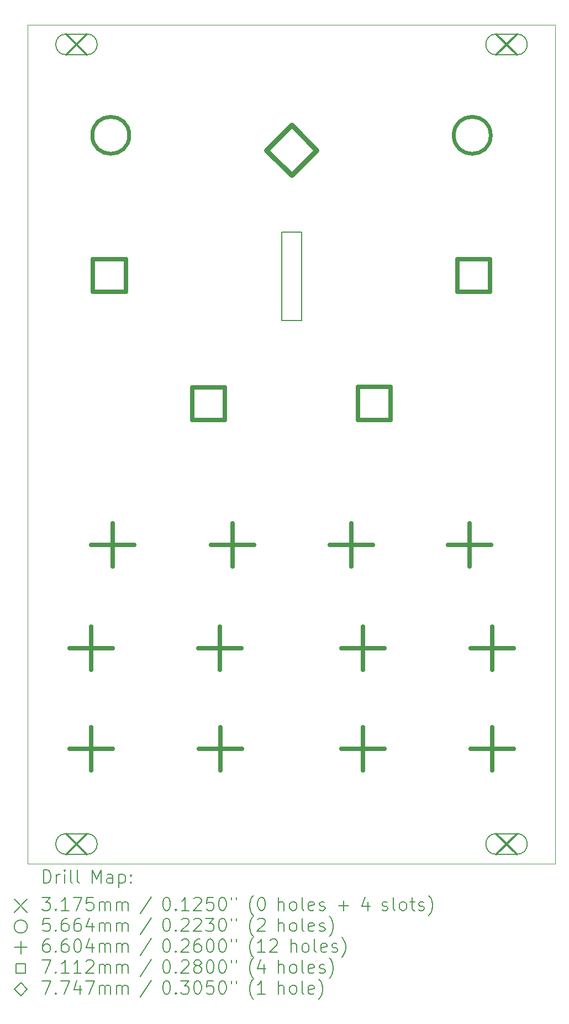
<source format=gbr>
%TF.GenerationSoftware,KiCad,Pcbnew,(7.0.0-0)*%
%TF.CreationDate,2023-03-06T16:41:00-08:00*%
%TF.ProjectId,Kit-Trig-Sampler-FACEPLATE,4b69742d-5472-4696-972d-53616d706c65,rev?*%
%TF.SameCoordinates,PXa25a80PY7d1f400*%
%TF.FileFunction,Drillmap*%
%TF.FilePolarity,Positive*%
%FSLAX45Y45*%
G04 Gerber Fmt 4.5, Leading zero omitted, Abs format (unit mm)*
G04 Created by KiCad (PCBNEW (7.0.0-0)) date 2023-03-06 16:41:00*
%MOMM*%
%LPD*%
G01*
G04 APERTURE LIST*
%ADD10C,0.100000*%
%ADD11C,0.150000*%
%ADD12C,0.200000*%
%ADD13C,0.317500*%
%ADD14C,0.566420*%
%ADD15C,0.660400*%
%ADD16C,0.711200*%
%ADD17C,0.774700*%
G04 APERTURE END LIST*
D10*
X-9000Y12841620D02*
X-9000Y-8380D01*
X8081000Y12841620D02*
X8081000Y-8380D01*
D11*
X3882850Y8310100D02*
X4194000Y8310100D01*
X4194000Y8310100D02*
X4194000Y9669000D01*
X4194000Y9669000D02*
X3882850Y9669000D01*
D10*
X-9000Y12841620D02*
X8081000Y12841620D01*
D11*
X3882850Y9669000D02*
X3882850Y8310100D01*
D10*
X-9000Y-8380D02*
X8081000Y-8380D01*
D12*
D13*
X581550Y12700650D02*
X899050Y12383150D01*
X899050Y12700650D02*
X581550Y12383150D01*
D12*
X581550Y12383150D02*
X899050Y12383150D01*
X899050Y12383150D02*
G75*
G03*
X899050Y12700650I0J158750D01*
G01*
X899050Y12700650D02*
X581550Y12700650D01*
X581550Y12700650D02*
G75*
G03*
X581550Y12383150I0J-158750D01*
G01*
D13*
X581550Y450090D02*
X899050Y132590D01*
X899050Y450090D02*
X581550Y132590D01*
D12*
X581550Y132590D02*
X899050Y132590D01*
X899050Y132590D02*
G75*
G03*
X899050Y450090I0J158750D01*
G01*
X899050Y450090D02*
X581550Y450090D01*
X581550Y450090D02*
G75*
G03*
X581550Y132590I0J-158750D01*
G01*
D13*
X7172950Y12700650D02*
X7490450Y12383150D01*
X7490450Y12700650D02*
X7172950Y12383150D01*
D12*
X7172950Y12383150D02*
X7490450Y12383150D01*
X7490450Y12383150D02*
G75*
G03*
X7490450Y12700650I0J158750D01*
G01*
X7490450Y12700650D02*
X7172950Y12700650D01*
X7172950Y12700650D02*
G75*
G03*
X7172950Y12383150I0J-158750D01*
G01*
D13*
X7172950Y450090D02*
X7490450Y132590D01*
X7490450Y450090D02*
X7172950Y132590D01*
D12*
X7172950Y132590D02*
X7490450Y132590D01*
X7490450Y132590D02*
G75*
G03*
X7490450Y450090I0J158750D01*
G01*
X7490450Y450090D02*
X7172950Y450090D01*
X7172950Y450090D02*
G75*
G03*
X7172950Y132590I0J-158750D01*
G01*
D14*
X1549210Y11149276D02*
G75*
G03*
X1549210Y11149276I-283210J0D01*
G01*
X7089210Y11149276D02*
G75*
G03*
X7089210Y11149276I-283210J0D01*
G01*
D15*
X963500Y3624476D02*
X963500Y2964076D01*
X633300Y3294276D02*
X1293700Y3294276D01*
X963500Y2081976D02*
X963500Y1421576D01*
X633300Y1751776D02*
X1293700Y1751776D01*
X1296000Y5204476D02*
X1296000Y4544076D01*
X965800Y4874276D02*
X1626200Y4874276D01*
X2940300Y3624476D02*
X2940300Y2964076D01*
X2610100Y3294276D02*
X3270500Y3294276D01*
X2943000Y2081976D02*
X2943000Y1421576D01*
X2612800Y1751776D02*
X3273200Y1751776D01*
X3128500Y5204476D02*
X3128500Y4544076D01*
X2798300Y4874276D02*
X3458700Y4874276D01*
X4951000Y5204476D02*
X4951000Y4544076D01*
X4620800Y4874276D02*
X5281200Y4874276D01*
X5129000Y2081976D02*
X5129000Y1421576D01*
X4798800Y1751776D02*
X5459200Y1751776D01*
X5131700Y3624476D02*
X5131700Y2964076D01*
X4801500Y3294276D02*
X5461900Y3294276D01*
X6768500Y5204476D02*
X6768500Y4544076D01*
X6438300Y4874276D02*
X7098700Y4874276D01*
X7108500Y3624476D02*
X7108500Y2964076D01*
X6778300Y3294276D02*
X7438700Y3294276D01*
X7108500Y2081976D02*
X7108500Y1421576D01*
X6778300Y1751776D02*
X7438700Y1751776D01*
D16*
X1497450Y8750327D02*
X1497450Y9253226D01*
X994550Y9253226D01*
X994550Y8750327D01*
X1497450Y8750327D01*
X3017450Y6787118D02*
X3017450Y7290018D01*
X2514550Y7290018D01*
X2514550Y6787118D01*
X3017450Y6787118D01*
X5557450Y6791550D02*
X5557450Y7294450D01*
X5054550Y7294450D01*
X5054550Y6791550D01*
X5557450Y6791550D01*
X7077450Y8750327D02*
X7077450Y9253226D01*
X6574550Y9253226D01*
X6574550Y8750327D01*
X7077450Y8750327D01*
D17*
X4036000Y10534426D02*
X4423350Y10921776D01*
X4036000Y11309126D01*
X3648650Y10921776D01*
X4036000Y10534426D01*
D12*
X233619Y-306856D02*
X233619Y-106856D01*
X233619Y-106856D02*
X281238Y-106856D01*
X281238Y-106856D02*
X309810Y-116380D01*
X309810Y-116380D02*
X328857Y-135428D01*
X328857Y-135428D02*
X338381Y-154475D01*
X338381Y-154475D02*
X347905Y-192570D01*
X347905Y-192570D02*
X347905Y-221142D01*
X347905Y-221142D02*
X338381Y-259237D01*
X338381Y-259237D02*
X328857Y-278285D01*
X328857Y-278285D02*
X309810Y-297332D01*
X309810Y-297332D02*
X281238Y-306856D01*
X281238Y-306856D02*
X233619Y-306856D01*
X433619Y-306856D02*
X433619Y-173523D01*
X433619Y-211618D02*
X443143Y-192570D01*
X443143Y-192570D02*
X452667Y-183047D01*
X452667Y-183047D02*
X471714Y-173523D01*
X471714Y-173523D02*
X490762Y-173523D01*
X557429Y-306856D02*
X557429Y-173523D01*
X557429Y-106856D02*
X547905Y-116380D01*
X547905Y-116380D02*
X557429Y-125904D01*
X557429Y-125904D02*
X566952Y-116380D01*
X566952Y-116380D02*
X557429Y-106856D01*
X557429Y-106856D02*
X557429Y-125904D01*
X681238Y-306856D02*
X662190Y-297332D01*
X662190Y-297332D02*
X652667Y-278285D01*
X652667Y-278285D02*
X652667Y-106856D01*
X786000Y-306856D02*
X766952Y-297332D01*
X766952Y-297332D02*
X757428Y-278285D01*
X757428Y-278285D02*
X757428Y-106856D01*
X982190Y-306856D02*
X982190Y-106856D01*
X982190Y-106856D02*
X1048857Y-249713D01*
X1048857Y-249713D02*
X1115524Y-106856D01*
X1115524Y-106856D02*
X1115524Y-306856D01*
X1296476Y-306856D02*
X1296476Y-202094D01*
X1296476Y-202094D02*
X1286952Y-183047D01*
X1286952Y-183047D02*
X1267905Y-173523D01*
X1267905Y-173523D02*
X1229809Y-173523D01*
X1229809Y-173523D02*
X1210762Y-183047D01*
X1296476Y-297332D02*
X1277429Y-306856D01*
X1277429Y-306856D02*
X1229809Y-306856D01*
X1229809Y-306856D02*
X1210762Y-297332D01*
X1210762Y-297332D02*
X1201238Y-278285D01*
X1201238Y-278285D02*
X1201238Y-259237D01*
X1201238Y-259237D02*
X1210762Y-240189D01*
X1210762Y-240189D02*
X1229809Y-230666D01*
X1229809Y-230666D02*
X1277429Y-230666D01*
X1277429Y-230666D02*
X1296476Y-221142D01*
X1391714Y-173523D02*
X1391714Y-373523D01*
X1391714Y-183047D02*
X1410762Y-173523D01*
X1410762Y-173523D02*
X1448857Y-173523D01*
X1448857Y-173523D02*
X1467905Y-183047D01*
X1467905Y-183047D02*
X1477428Y-192570D01*
X1477428Y-192570D02*
X1486952Y-211618D01*
X1486952Y-211618D02*
X1486952Y-268761D01*
X1486952Y-268761D02*
X1477428Y-287809D01*
X1477428Y-287809D02*
X1467905Y-297332D01*
X1467905Y-297332D02*
X1448857Y-306856D01*
X1448857Y-306856D02*
X1410762Y-306856D01*
X1410762Y-306856D02*
X1391714Y-297332D01*
X1572667Y-287809D02*
X1582190Y-297332D01*
X1582190Y-297332D02*
X1572667Y-306856D01*
X1572667Y-306856D02*
X1563143Y-297332D01*
X1563143Y-297332D02*
X1572667Y-287809D01*
X1572667Y-287809D02*
X1572667Y-306856D01*
X1572667Y-183047D02*
X1582190Y-192570D01*
X1582190Y-192570D02*
X1572667Y-202094D01*
X1572667Y-202094D02*
X1563143Y-192570D01*
X1563143Y-192570D02*
X1572667Y-183047D01*
X1572667Y-183047D02*
X1572667Y-202094D01*
X-214000Y-553380D02*
X-14000Y-753380D01*
X-14000Y-553380D02*
X-214000Y-753380D01*
X214571Y-526856D02*
X338381Y-526856D01*
X338381Y-526856D02*
X271714Y-603047D01*
X271714Y-603047D02*
X300286Y-603047D01*
X300286Y-603047D02*
X319333Y-612570D01*
X319333Y-612570D02*
X328857Y-622094D01*
X328857Y-622094D02*
X338381Y-641142D01*
X338381Y-641142D02*
X338381Y-688761D01*
X338381Y-688761D02*
X328857Y-707808D01*
X328857Y-707808D02*
X319333Y-717332D01*
X319333Y-717332D02*
X300286Y-726856D01*
X300286Y-726856D02*
X243143Y-726856D01*
X243143Y-726856D02*
X224095Y-717332D01*
X224095Y-717332D02*
X214571Y-707808D01*
X424095Y-707808D02*
X433619Y-717332D01*
X433619Y-717332D02*
X424095Y-726856D01*
X424095Y-726856D02*
X414571Y-717332D01*
X414571Y-717332D02*
X424095Y-707808D01*
X424095Y-707808D02*
X424095Y-726856D01*
X624095Y-726856D02*
X509809Y-726856D01*
X566952Y-726856D02*
X566952Y-526856D01*
X566952Y-526856D02*
X547905Y-555428D01*
X547905Y-555428D02*
X528857Y-574475D01*
X528857Y-574475D02*
X509809Y-583999D01*
X690762Y-526856D02*
X824095Y-526856D01*
X824095Y-526856D02*
X738381Y-726856D01*
X995524Y-526856D02*
X900286Y-526856D01*
X900286Y-526856D02*
X890762Y-622094D01*
X890762Y-622094D02*
X900286Y-612570D01*
X900286Y-612570D02*
X919333Y-603047D01*
X919333Y-603047D02*
X966952Y-603047D01*
X966952Y-603047D02*
X986000Y-612570D01*
X986000Y-612570D02*
X995524Y-622094D01*
X995524Y-622094D02*
X1005048Y-641142D01*
X1005048Y-641142D02*
X1005048Y-688761D01*
X1005048Y-688761D02*
X995524Y-707808D01*
X995524Y-707808D02*
X986000Y-717332D01*
X986000Y-717332D02*
X966952Y-726856D01*
X966952Y-726856D02*
X919333Y-726856D01*
X919333Y-726856D02*
X900286Y-717332D01*
X900286Y-717332D02*
X890762Y-707808D01*
X1090762Y-726856D02*
X1090762Y-593523D01*
X1090762Y-612570D02*
X1100286Y-603047D01*
X1100286Y-603047D02*
X1119333Y-593523D01*
X1119333Y-593523D02*
X1147905Y-593523D01*
X1147905Y-593523D02*
X1166952Y-603047D01*
X1166952Y-603047D02*
X1176476Y-622094D01*
X1176476Y-622094D02*
X1176476Y-726856D01*
X1176476Y-622094D02*
X1186000Y-603047D01*
X1186000Y-603047D02*
X1205048Y-593523D01*
X1205048Y-593523D02*
X1233619Y-593523D01*
X1233619Y-593523D02*
X1252667Y-603047D01*
X1252667Y-603047D02*
X1262191Y-622094D01*
X1262191Y-622094D02*
X1262191Y-726856D01*
X1357429Y-726856D02*
X1357429Y-593523D01*
X1357429Y-612570D02*
X1366952Y-603047D01*
X1366952Y-603047D02*
X1386000Y-593523D01*
X1386000Y-593523D02*
X1414571Y-593523D01*
X1414571Y-593523D02*
X1433619Y-603047D01*
X1433619Y-603047D02*
X1443143Y-622094D01*
X1443143Y-622094D02*
X1443143Y-726856D01*
X1443143Y-622094D02*
X1452667Y-603047D01*
X1452667Y-603047D02*
X1471714Y-593523D01*
X1471714Y-593523D02*
X1500286Y-593523D01*
X1500286Y-593523D02*
X1519333Y-603047D01*
X1519333Y-603047D02*
X1528857Y-622094D01*
X1528857Y-622094D02*
X1528857Y-726856D01*
X1886952Y-517332D02*
X1715524Y-774475D01*
X2111714Y-526856D02*
X2130762Y-526856D01*
X2130762Y-526856D02*
X2149810Y-536380D01*
X2149810Y-536380D02*
X2159333Y-545904D01*
X2159333Y-545904D02*
X2168857Y-564951D01*
X2168857Y-564951D02*
X2178381Y-603047D01*
X2178381Y-603047D02*
X2178381Y-650666D01*
X2178381Y-650666D02*
X2168857Y-688761D01*
X2168857Y-688761D02*
X2159333Y-707808D01*
X2159333Y-707808D02*
X2149810Y-717332D01*
X2149810Y-717332D02*
X2130762Y-726856D01*
X2130762Y-726856D02*
X2111714Y-726856D01*
X2111714Y-726856D02*
X2092667Y-717332D01*
X2092667Y-717332D02*
X2083143Y-707808D01*
X2083143Y-707808D02*
X2073619Y-688761D01*
X2073619Y-688761D02*
X2064095Y-650666D01*
X2064095Y-650666D02*
X2064095Y-603047D01*
X2064095Y-603047D02*
X2073619Y-564951D01*
X2073619Y-564951D02*
X2083143Y-545904D01*
X2083143Y-545904D02*
X2092667Y-536380D01*
X2092667Y-536380D02*
X2111714Y-526856D01*
X2264095Y-707808D02*
X2273619Y-717332D01*
X2273619Y-717332D02*
X2264095Y-726856D01*
X2264095Y-726856D02*
X2254572Y-717332D01*
X2254572Y-717332D02*
X2264095Y-707808D01*
X2264095Y-707808D02*
X2264095Y-726856D01*
X2464095Y-726856D02*
X2349810Y-726856D01*
X2406952Y-726856D02*
X2406952Y-526856D01*
X2406952Y-526856D02*
X2387905Y-555428D01*
X2387905Y-555428D02*
X2368857Y-574475D01*
X2368857Y-574475D02*
X2349810Y-583999D01*
X2540286Y-545904D02*
X2549810Y-536380D01*
X2549810Y-536380D02*
X2568857Y-526856D01*
X2568857Y-526856D02*
X2616476Y-526856D01*
X2616476Y-526856D02*
X2635524Y-536380D01*
X2635524Y-536380D02*
X2645048Y-545904D01*
X2645048Y-545904D02*
X2654572Y-564951D01*
X2654572Y-564951D02*
X2654572Y-583999D01*
X2654572Y-583999D02*
X2645048Y-612570D01*
X2645048Y-612570D02*
X2530762Y-726856D01*
X2530762Y-726856D02*
X2654572Y-726856D01*
X2835524Y-526856D02*
X2740286Y-526856D01*
X2740286Y-526856D02*
X2730762Y-622094D01*
X2730762Y-622094D02*
X2740286Y-612570D01*
X2740286Y-612570D02*
X2759333Y-603047D01*
X2759333Y-603047D02*
X2806952Y-603047D01*
X2806952Y-603047D02*
X2826000Y-612570D01*
X2826000Y-612570D02*
X2835524Y-622094D01*
X2835524Y-622094D02*
X2845048Y-641142D01*
X2845048Y-641142D02*
X2845048Y-688761D01*
X2845048Y-688761D02*
X2835524Y-707808D01*
X2835524Y-707808D02*
X2826000Y-717332D01*
X2826000Y-717332D02*
X2806952Y-726856D01*
X2806952Y-726856D02*
X2759333Y-726856D01*
X2759333Y-726856D02*
X2740286Y-717332D01*
X2740286Y-717332D02*
X2730762Y-707808D01*
X2968857Y-526856D02*
X2987905Y-526856D01*
X2987905Y-526856D02*
X3006952Y-536380D01*
X3006952Y-536380D02*
X3016476Y-545904D01*
X3016476Y-545904D02*
X3026000Y-564951D01*
X3026000Y-564951D02*
X3035524Y-603047D01*
X3035524Y-603047D02*
X3035524Y-650666D01*
X3035524Y-650666D02*
X3026000Y-688761D01*
X3026000Y-688761D02*
X3016476Y-707808D01*
X3016476Y-707808D02*
X3006952Y-717332D01*
X3006952Y-717332D02*
X2987905Y-726856D01*
X2987905Y-726856D02*
X2968857Y-726856D01*
X2968857Y-726856D02*
X2949810Y-717332D01*
X2949810Y-717332D02*
X2940286Y-707808D01*
X2940286Y-707808D02*
X2930762Y-688761D01*
X2930762Y-688761D02*
X2921238Y-650666D01*
X2921238Y-650666D02*
X2921238Y-603047D01*
X2921238Y-603047D02*
X2930762Y-564951D01*
X2930762Y-564951D02*
X2940286Y-545904D01*
X2940286Y-545904D02*
X2949810Y-536380D01*
X2949810Y-536380D02*
X2968857Y-526856D01*
X3111714Y-526856D02*
X3111714Y-564951D01*
X3187905Y-526856D02*
X3187905Y-564951D01*
X3450762Y-803047D02*
X3441238Y-793523D01*
X3441238Y-793523D02*
X3422191Y-764951D01*
X3422191Y-764951D02*
X3412667Y-745904D01*
X3412667Y-745904D02*
X3403143Y-717332D01*
X3403143Y-717332D02*
X3393619Y-669713D01*
X3393619Y-669713D02*
X3393619Y-631618D01*
X3393619Y-631618D02*
X3403143Y-583999D01*
X3403143Y-583999D02*
X3412667Y-555428D01*
X3412667Y-555428D02*
X3422191Y-536380D01*
X3422191Y-536380D02*
X3441238Y-507808D01*
X3441238Y-507808D02*
X3450762Y-498285D01*
X3565048Y-526856D02*
X3584095Y-526856D01*
X3584095Y-526856D02*
X3603143Y-536380D01*
X3603143Y-536380D02*
X3612667Y-545904D01*
X3612667Y-545904D02*
X3622191Y-564951D01*
X3622191Y-564951D02*
X3631714Y-603047D01*
X3631714Y-603047D02*
X3631714Y-650666D01*
X3631714Y-650666D02*
X3622191Y-688761D01*
X3622191Y-688761D02*
X3612667Y-707808D01*
X3612667Y-707808D02*
X3603143Y-717332D01*
X3603143Y-717332D02*
X3584095Y-726856D01*
X3584095Y-726856D02*
X3565048Y-726856D01*
X3565048Y-726856D02*
X3546000Y-717332D01*
X3546000Y-717332D02*
X3536476Y-707808D01*
X3536476Y-707808D02*
X3526952Y-688761D01*
X3526952Y-688761D02*
X3517429Y-650666D01*
X3517429Y-650666D02*
X3517429Y-603047D01*
X3517429Y-603047D02*
X3526952Y-564951D01*
X3526952Y-564951D02*
X3536476Y-545904D01*
X3536476Y-545904D02*
X3546000Y-536380D01*
X3546000Y-536380D02*
X3565048Y-526856D01*
X3837429Y-726856D02*
X3837429Y-526856D01*
X3923143Y-726856D02*
X3923143Y-622094D01*
X3923143Y-622094D02*
X3913619Y-603047D01*
X3913619Y-603047D02*
X3894572Y-593523D01*
X3894572Y-593523D02*
X3866000Y-593523D01*
X3866000Y-593523D02*
X3846952Y-603047D01*
X3846952Y-603047D02*
X3837429Y-612570D01*
X4046952Y-726856D02*
X4027905Y-717332D01*
X4027905Y-717332D02*
X4018381Y-707808D01*
X4018381Y-707808D02*
X4008857Y-688761D01*
X4008857Y-688761D02*
X4008857Y-631618D01*
X4008857Y-631618D02*
X4018381Y-612570D01*
X4018381Y-612570D02*
X4027905Y-603047D01*
X4027905Y-603047D02*
X4046952Y-593523D01*
X4046952Y-593523D02*
X4075524Y-593523D01*
X4075524Y-593523D02*
X4094572Y-603047D01*
X4094572Y-603047D02*
X4104095Y-612570D01*
X4104095Y-612570D02*
X4113619Y-631618D01*
X4113619Y-631618D02*
X4113619Y-688761D01*
X4113619Y-688761D02*
X4104095Y-707808D01*
X4104095Y-707808D02*
X4094572Y-717332D01*
X4094572Y-717332D02*
X4075524Y-726856D01*
X4075524Y-726856D02*
X4046952Y-726856D01*
X4227905Y-726856D02*
X4208857Y-717332D01*
X4208857Y-717332D02*
X4199334Y-698285D01*
X4199334Y-698285D02*
X4199334Y-526856D01*
X4380286Y-717332D02*
X4361238Y-726856D01*
X4361238Y-726856D02*
X4323143Y-726856D01*
X4323143Y-726856D02*
X4304095Y-717332D01*
X4304095Y-717332D02*
X4294572Y-698285D01*
X4294572Y-698285D02*
X4294572Y-622094D01*
X4294572Y-622094D02*
X4304095Y-603047D01*
X4304095Y-603047D02*
X4323143Y-593523D01*
X4323143Y-593523D02*
X4361238Y-593523D01*
X4361238Y-593523D02*
X4380286Y-603047D01*
X4380286Y-603047D02*
X4389810Y-622094D01*
X4389810Y-622094D02*
X4389810Y-641142D01*
X4389810Y-641142D02*
X4294572Y-660190D01*
X4466000Y-717332D02*
X4485048Y-726856D01*
X4485048Y-726856D02*
X4523143Y-726856D01*
X4523143Y-726856D02*
X4542191Y-717332D01*
X4542191Y-717332D02*
X4551715Y-698285D01*
X4551715Y-698285D02*
X4551715Y-688761D01*
X4551715Y-688761D02*
X4542191Y-669713D01*
X4542191Y-669713D02*
X4523143Y-660190D01*
X4523143Y-660190D02*
X4494572Y-660190D01*
X4494572Y-660190D02*
X4475524Y-650666D01*
X4475524Y-650666D02*
X4466000Y-631618D01*
X4466000Y-631618D02*
X4466000Y-622094D01*
X4466000Y-622094D02*
X4475524Y-603047D01*
X4475524Y-603047D02*
X4494572Y-593523D01*
X4494572Y-593523D02*
X4523143Y-593523D01*
X4523143Y-593523D02*
X4542191Y-603047D01*
X4757429Y-650666D02*
X4909810Y-650666D01*
X4833619Y-726856D02*
X4833619Y-574475D01*
X5210762Y-593523D02*
X5210762Y-726856D01*
X5163143Y-517332D02*
X5115524Y-660190D01*
X5115524Y-660190D02*
X5239334Y-660190D01*
X5426000Y-717332D02*
X5445048Y-726856D01*
X5445048Y-726856D02*
X5483143Y-726856D01*
X5483143Y-726856D02*
X5502191Y-717332D01*
X5502191Y-717332D02*
X5511715Y-698285D01*
X5511715Y-698285D02*
X5511715Y-688761D01*
X5511715Y-688761D02*
X5502191Y-669713D01*
X5502191Y-669713D02*
X5483143Y-660190D01*
X5483143Y-660190D02*
X5454572Y-660190D01*
X5454572Y-660190D02*
X5435524Y-650666D01*
X5435524Y-650666D02*
X5426000Y-631618D01*
X5426000Y-631618D02*
X5426000Y-622094D01*
X5426000Y-622094D02*
X5435524Y-603047D01*
X5435524Y-603047D02*
X5454572Y-593523D01*
X5454572Y-593523D02*
X5483143Y-593523D01*
X5483143Y-593523D02*
X5502191Y-603047D01*
X5626000Y-726856D02*
X5606953Y-717332D01*
X5606953Y-717332D02*
X5597429Y-698285D01*
X5597429Y-698285D02*
X5597429Y-526856D01*
X5730762Y-726856D02*
X5711714Y-717332D01*
X5711714Y-717332D02*
X5702191Y-707808D01*
X5702191Y-707808D02*
X5692667Y-688761D01*
X5692667Y-688761D02*
X5692667Y-631618D01*
X5692667Y-631618D02*
X5702191Y-612570D01*
X5702191Y-612570D02*
X5711714Y-603047D01*
X5711714Y-603047D02*
X5730762Y-593523D01*
X5730762Y-593523D02*
X5759334Y-593523D01*
X5759334Y-593523D02*
X5778381Y-603047D01*
X5778381Y-603047D02*
X5787905Y-612570D01*
X5787905Y-612570D02*
X5797429Y-631618D01*
X5797429Y-631618D02*
X5797429Y-688761D01*
X5797429Y-688761D02*
X5787905Y-707808D01*
X5787905Y-707808D02*
X5778381Y-717332D01*
X5778381Y-717332D02*
X5759334Y-726856D01*
X5759334Y-726856D02*
X5730762Y-726856D01*
X5854572Y-593523D02*
X5930762Y-593523D01*
X5883143Y-526856D02*
X5883143Y-698285D01*
X5883143Y-698285D02*
X5892667Y-717332D01*
X5892667Y-717332D02*
X5911714Y-726856D01*
X5911714Y-726856D02*
X5930762Y-726856D01*
X5987905Y-717332D02*
X6006953Y-726856D01*
X6006953Y-726856D02*
X6045048Y-726856D01*
X6045048Y-726856D02*
X6064095Y-717332D01*
X6064095Y-717332D02*
X6073619Y-698285D01*
X6073619Y-698285D02*
X6073619Y-688761D01*
X6073619Y-688761D02*
X6064095Y-669713D01*
X6064095Y-669713D02*
X6045048Y-660190D01*
X6045048Y-660190D02*
X6016476Y-660190D01*
X6016476Y-660190D02*
X5997429Y-650666D01*
X5997429Y-650666D02*
X5987905Y-631618D01*
X5987905Y-631618D02*
X5987905Y-622094D01*
X5987905Y-622094D02*
X5997429Y-603047D01*
X5997429Y-603047D02*
X6016476Y-593523D01*
X6016476Y-593523D02*
X6045048Y-593523D01*
X6045048Y-593523D02*
X6064095Y-603047D01*
X6140286Y-803047D02*
X6149810Y-793523D01*
X6149810Y-793523D02*
X6168857Y-764951D01*
X6168857Y-764951D02*
X6178381Y-745904D01*
X6178381Y-745904D02*
X6187905Y-717332D01*
X6187905Y-717332D02*
X6197429Y-669713D01*
X6197429Y-669713D02*
X6197429Y-631618D01*
X6197429Y-631618D02*
X6187905Y-583999D01*
X6187905Y-583999D02*
X6178381Y-555428D01*
X6178381Y-555428D02*
X6168857Y-536380D01*
X6168857Y-536380D02*
X6149810Y-507808D01*
X6149810Y-507808D02*
X6140286Y-498285D01*
X-14000Y-973380D02*
G75*
G03*
X-14000Y-973380I-100000J0D01*
G01*
X328857Y-846856D02*
X233619Y-846856D01*
X233619Y-846856D02*
X224095Y-942094D01*
X224095Y-942094D02*
X233619Y-932570D01*
X233619Y-932570D02*
X252667Y-923047D01*
X252667Y-923047D02*
X300286Y-923047D01*
X300286Y-923047D02*
X319333Y-932570D01*
X319333Y-932570D02*
X328857Y-942094D01*
X328857Y-942094D02*
X338381Y-961142D01*
X338381Y-961142D02*
X338381Y-1008761D01*
X338381Y-1008761D02*
X328857Y-1027808D01*
X328857Y-1027808D02*
X319333Y-1037332D01*
X319333Y-1037332D02*
X300286Y-1046856D01*
X300286Y-1046856D02*
X252667Y-1046856D01*
X252667Y-1046856D02*
X233619Y-1037332D01*
X233619Y-1037332D02*
X224095Y-1027808D01*
X424095Y-1027808D02*
X433619Y-1037332D01*
X433619Y-1037332D02*
X424095Y-1046856D01*
X424095Y-1046856D02*
X414571Y-1037332D01*
X414571Y-1037332D02*
X424095Y-1027808D01*
X424095Y-1027808D02*
X424095Y-1046856D01*
X605048Y-846856D02*
X566952Y-846856D01*
X566952Y-846856D02*
X547905Y-856380D01*
X547905Y-856380D02*
X538381Y-865904D01*
X538381Y-865904D02*
X519333Y-894475D01*
X519333Y-894475D02*
X509809Y-932570D01*
X509809Y-932570D02*
X509809Y-1008761D01*
X509809Y-1008761D02*
X519333Y-1027808D01*
X519333Y-1027808D02*
X528857Y-1037332D01*
X528857Y-1037332D02*
X547905Y-1046856D01*
X547905Y-1046856D02*
X586000Y-1046856D01*
X586000Y-1046856D02*
X605048Y-1037332D01*
X605048Y-1037332D02*
X614571Y-1027808D01*
X614571Y-1027808D02*
X624095Y-1008761D01*
X624095Y-1008761D02*
X624095Y-961142D01*
X624095Y-961142D02*
X614571Y-942094D01*
X614571Y-942094D02*
X605048Y-932570D01*
X605048Y-932570D02*
X586000Y-923047D01*
X586000Y-923047D02*
X547905Y-923047D01*
X547905Y-923047D02*
X528857Y-932570D01*
X528857Y-932570D02*
X519333Y-942094D01*
X519333Y-942094D02*
X509809Y-961142D01*
X795524Y-846856D02*
X757428Y-846856D01*
X757428Y-846856D02*
X738381Y-856380D01*
X738381Y-856380D02*
X728857Y-865904D01*
X728857Y-865904D02*
X709809Y-894475D01*
X709809Y-894475D02*
X700286Y-932570D01*
X700286Y-932570D02*
X700286Y-1008761D01*
X700286Y-1008761D02*
X709809Y-1027808D01*
X709809Y-1027808D02*
X719333Y-1037332D01*
X719333Y-1037332D02*
X738381Y-1046856D01*
X738381Y-1046856D02*
X776476Y-1046856D01*
X776476Y-1046856D02*
X795524Y-1037332D01*
X795524Y-1037332D02*
X805048Y-1027808D01*
X805048Y-1027808D02*
X814571Y-1008761D01*
X814571Y-1008761D02*
X814571Y-961142D01*
X814571Y-961142D02*
X805048Y-942094D01*
X805048Y-942094D02*
X795524Y-932570D01*
X795524Y-932570D02*
X776476Y-923047D01*
X776476Y-923047D02*
X738381Y-923047D01*
X738381Y-923047D02*
X719333Y-932570D01*
X719333Y-932570D02*
X709809Y-942094D01*
X709809Y-942094D02*
X700286Y-961142D01*
X986000Y-913523D02*
X986000Y-1046856D01*
X938381Y-837332D02*
X890762Y-980189D01*
X890762Y-980189D02*
X1014571Y-980189D01*
X1090762Y-1046856D02*
X1090762Y-913523D01*
X1090762Y-932570D02*
X1100286Y-923047D01*
X1100286Y-923047D02*
X1119333Y-913523D01*
X1119333Y-913523D02*
X1147905Y-913523D01*
X1147905Y-913523D02*
X1166952Y-923047D01*
X1166952Y-923047D02*
X1176476Y-942094D01*
X1176476Y-942094D02*
X1176476Y-1046856D01*
X1176476Y-942094D02*
X1186000Y-923047D01*
X1186000Y-923047D02*
X1205048Y-913523D01*
X1205048Y-913523D02*
X1233619Y-913523D01*
X1233619Y-913523D02*
X1252667Y-923047D01*
X1252667Y-923047D02*
X1262191Y-942094D01*
X1262191Y-942094D02*
X1262191Y-1046856D01*
X1357429Y-1046856D02*
X1357429Y-913523D01*
X1357429Y-932570D02*
X1366952Y-923047D01*
X1366952Y-923047D02*
X1386000Y-913523D01*
X1386000Y-913523D02*
X1414571Y-913523D01*
X1414571Y-913523D02*
X1433619Y-923047D01*
X1433619Y-923047D02*
X1443143Y-942094D01*
X1443143Y-942094D02*
X1443143Y-1046856D01*
X1443143Y-942094D02*
X1452667Y-923047D01*
X1452667Y-923047D02*
X1471714Y-913523D01*
X1471714Y-913523D02*
X1500286Y-913523D01*
X1500286Y-913523D02*
X1519333Y-923047D01*
X1519333Y-923047D02*
X1528857Y-942094D01*
X1528857Y-942094D02*
X1528857Y-1046856D01*
X1886952Y-837332D02*
X1715524Y-1094475D01*
X2111714Y-846856D02*
X2130762Y-846856D01*
X2130762Y-846856D02*
X2149810Y-856380D01*
X2149810Y-856380D02*
X2159333Y-865904D01*
X2159333Y-865904D02*
X2168857Y-884951D01*
X2168857Y-884951D02*
X2178381Y-923047D01*
X2178381Y-923047D02*
X2178381Y-970666D01*
X2178381Y-970666D02*
X2168857Y-1008761D01*
X2168857Y-1008761D02*
X2159333Y-1027808D01*
X2159333Y-1027808D02*
X2149810Y-1037332D01*
X2149810Y-1037332D02*
X2130762Y-1046856D01*
X2130762Y-1046856D02*
X2111714Y-1046856D01*
X2111714Y-1046856D02*
X2092667Y-1037332D01*
X2092667Y-1037332D02*
X2083143Y-1027808D01*
X2083143Y-1027808D02*
X2073619Y-1008761D01*
X2073619Y-1008761D02*
X2064095Y-970666D01*
X2064095Y-970666D02*
X2064095Y-923047D01*
X2064095Y-923047D02*
X2073619Y-884951D01*
X2073619Y-884951D02*
X2083143Y-865904D01*
X2083143Y-865904D02*
X2092667Y-856380D01*
X2092667Y-856380D02*
X2111714Y-846856D01*
X2264095Y-1027808D02*
X2273619Y-1037332D01*
X2273619Y-1037332D02*
X2264095Y-1046856D01*
X2264095Y-1046856D02*
X2254572Y-1037332D01*
X2254572Y-1037332D02*
X2264095Y-1027808D01*
X2264095Y-1027808D02*
X2264095Y-1046856D01*
X2349810Y-865904D02*
X2359333Y-856380D01*
X2359333Y-856380D02*
X2378381Y-846856D01*
X2378381Y-846856D02*
X2426000Y-846856D01*
X2426000Y-846856D02*
X2445048Y-856380D01*
X2445048Y-856380D02*
X2454572Y-865904D01*
X2454572Y-865904D02*
X2464095Y-884951D01*
X2464095Y-884951D02*
X2464095Y-903999D01*
X2464095Y-903999D02*
X2454572Y-932570D01*
X2454572Y-932570D02*
X2340286Y-1046856D01*
X2340286Y-1046856D02*
X2464095Y-1046856D01*
X2540286Y-865904D02*
X2549810Y-856380D01*
X2549810Y-856380D02*
X2568857Y-846856D01*
X2568857Y-846856D02*
X2616476Y-846856D01*
X2616476Y-846856D02*
X2635524Y-856380D01*
X2635524Y-856380D02*
X2645048Y-865904D01*
X2645048Y-865904D02*
X2654572Y-884951D01*
X2654572Y-884951D02*
X2654572Y-903999D01*
X2654572Y-903999D02*
X2645048Y-932570D01*
X2645048Y-932570D02*
X2530762Y-1046856D01*
X2530762Y-1046856D02*
X2654572Y-1046856D01*
X2721238Y-846856D02*
X2845048Y-846856D01*
X2845048Y-846856D02*
X2778381Y-923047D01*
X2778381Y-923047D02*
X2806952Y-923047D01*
X2806952Y-923047D02*
X2826000Y-932570D01*
X2826000Y-932570D02*
X2835524Y-942094D01*
X2835524Y-942094D02*
X2845048Y-961142D01*
X2845048Y-961142D02*
X2845048Y-1008761D01*
X2845048Y-1008761D02*
X2835524Y-1027808D01*
X2835524Y-1027808D02*
X2826000Y-1037332D01*
X2826000Y-1037332D02*
X2806952Y-1046856D01*
X2806952Y-1046856D02*
X2749810Y-1046856D01*
X2749810Y-1046856D02*
X2730762Y-1037332D01*
X2730762Y-1037332D02*
X2721238Y-1027808D01*
X2968857Y-846856D02*
X2987905Y-846856D01*
X2987905Y-846856D02*
X3006952Y-856380D01*
X3006952Y-856380D02*
X3016476Y-865904D01*
X3016476Y-865904D02*
X3026000Y-884951D01*
X3026000Y-884951D02*
X3035524Y-923047D01*
X3035524Y-923047D02*
X3035524Y-970666D01*
X3035524Y-970666D02*
X3026000Y-1008761D01*
X3026000Y-1008761D02*
X3016476Y-1027808D01*
X3016476Y-1027808D02*
X3006952Y-1037332D01*
X3006952Y-1037332D02*
X2987905Y-1046856D01*
X2987905Y-1046856D02*
X2968857Y-1046856D01*
X2968857Y-1046856D02*
X2949810Y-1037332D01*
X2949810Y-1037332D02*
X2940286Y-1027808D01*
X2940286Y-1027808D02*
X2930762Y-1008761D01*
X2930762Y-1008761D02*
X2921238Y-970666D01*
X2921238Y-970666D02*
X2921238Y-923047D01*
X2921238Y-923047D02*
X2930762Y-884951D01*
X2930762Y-884951D02*
X2940286Y-865904D01*
X2940286Y-865904D02*
X2949810Y-856380D01*
X2949810Y-856380D02*
X2968857Y-846856D01*
X3111714Y-846856D02*
X3111714Y-884951D01*
X3187905Y-846856D02*
X3187905Y-884951D01*
X3450762Y-1123047D02*
X3441238Y-1113523D01*
X3441238Y-1113523D02*
X3422191Y-1084951D01*
X3422191Y-1084951D02*
X3412667Y-1065904D01*
X3412667Y-1065904D02*
X3403143Y-1037332D01*
X3403143Y-1037332D02*
X3393619Y-989713D01*
X3393619Y-989713D02*
X3393619Y-951618D01*
X3393619Y-951618D02*
X3403143Y-903999D01*
X3403143Y-903999D02*
X3412667Y-875428D01*
X3412667Y-875428D02*
X3422191Y-856380D01*
X3422191Y-856380D02*
X3441238Y-827808D01*
X3441238Y-827808D02*
X3450762Y-818285D01*
X3517429Y-865904D02*
X3526952Y-856380D01*
X3526952Y-856380D02*
X3546000Y-846856D01*
X3546000Y-846856D02*
X3593619Y-846856D01*
X3593619Y-846856D02*
X3612667Y-856380D01*
X3612667Y-856380D02*
X3622191Y-865904D01*
X3622191Y-865904D02*
X3631714Y-884951D01*
X3631714Y-884951D02*
X3631714Y-903999D01*
X3631714Y-903999D02*
X3622191Y-932570D01*
X3622191Y-932570D02*
X3507905Y-1046856D01*
X3507905Y-1046856D02*
X3631714Y-1046856D01*
X3837429Y-1046856D02*
X3837429Y-846856D01*
X3923143Y-1046856D02*
X3923143Y-942094D01*
X3923143Y-942094D02*
X3913619Y-923047D01*
X3913619Y-923047D02*
X3894572Y-913523D01*
X3894572Y-913523D02*
X3866000Y-913523D01*
X3866000Y-913523D02*
X3846952Y-923047D01*
X3846952Y-923047D02*
X3837429Y-932570D01*
X4046952Y-1046856D02*
X4027905Y-1037332D01*
X4027905Y-1037332D02*
X4018381Y-1027808D01*
X4018381Y-1027808D02*
X4008857Y-1008761D01*
X4008857Y-1008761D02*
X4008857Y-951618D01*
X4008857Y-951618D02*
X4018381Y-932570D01*
X4018381Y-932570D02*
X4027905Y-923047D01*
X4027905Y-923047D02*
X4046952Y-913523D01*
X4046952Y-913523D02*
X4075524Y-913523D01*
X4075524Y-913523D02*
X4094572Y-923047D01*
X4094572Y-923047D02*
X4104095Y-932570D01*
X4104095Y-932570D02*
X4113619Y-951618D01*
X4113619Y-951618D02*
X4113619Y-1008761D01*
X4113619Y-1008761D02*
X4104095Y-1027808D01*
X4104095Y-1027808D02*
X4094572Y-1037332D01*
X4094572Y-1037332D02*
X4075524Y-1046856D01*
X4075524Y-1046856D02*
X4046952Y-1046856D01*
X4227905Y-1046856D02*
X4208857Y-1037332D01*
X4208857Y-1037332D02*
X4199334Y-1018285D01*
X4199334Y-1018285D02*
X4199334Y-846856D01*
X4380286Y-1037332D02*
X4361238Y-1046856D01*
X4361238Y-1046856D02*
X4323143Y-1046856D01*
X4323143Y-1046856D02*
X4304095Y-1037332D01*
X4304095Y-1037332D02*
X4294572Y-1018285D01*
X4294572Y-1018285D02*
X4294572Y-942094D01*
X4294572Y-942094D02*
X4304095Y-923047D01*
X4304095Y-923047D02*
X4323143Y-913523D01*
X4323143Y-913523D02*
X4361238Y-913523D01*
X4361238Y-913523D02*
X4380286Y-923047D01*
X4380286Y-923047D02*
X4389810Y-942094D01*
X4389810Y-942094D02*
X4389810Y-961142D01*
X4389810Y-961142D02*
X4294572Y-980189D01*
X4466000Y-1037332D02*
X4485048Y-1046856D01*
X4485048Y-1046856D02*
X4523143Y-1046856D01*
X4523143Y-1046856D02*
X4542191Y-1037332D01*
X4542191Y-1037332D02*
X4551715Y-1018285D01*
X4551715Y-1018285D02*
X4551715Y-1008761D01*
X4551715Y-1008761D02*
X4542191Y-989713D01*
X4542191Y-989713D02*
X4523143Y-980189D01*
X4523143Y-980189D02*
X4494572Y-980189D01*
X4494572Y-980189D02*
X4475524Y-970666D01*
X4475524Y-970666D02*
X4466000Y-951618D01*
X4466000Y-951618D02*
X4466000Y-942094D01*
X4466000Y-942094D02*
X4475524Y-923047D01*
X4475524Y-923047D02*
X4494572Y-913523D01*
X4494572Y-913523D02*
X4523143Y-913523D01*
X4523143Y-913523D02*
X4542191Y-923047D01*
X4618381Y-1123047D02*
X4627905Y-1113523D01*
X4627905Y-1113523D02*
X4646953Y-1084951D01*
X4646953Y-1084951D02*
X4656476Y-1065904D01*
X4656476Y-1065904D02*
X4666000Y-1037332D01*
X4666000Y-1037332D02*
X4675524Y-989713D01*
X4675524Y-989713D02*
X4675524Y-951618D01*
X4675524Y-951618D02*
X4666000Y-903999D01*
X4666000Y-903999D02*
X4656476Y-875428D01*
X4656476Y-875428D02*
X4646953Y-856380D01*
X4646953Y-856380D02*
X4627905Y-827808D01*
X4627905Y-827808D02*
X4618381Y-818285D01*
X-114000Y-1193380D02*
X-114000Y-1393380D01*
X-214000Y-1293380D02*
X-14000Y-1293380D01*
X319333Y-1166856D02*
X281238Y-1166856D01*
X281238Y-1166856D02*
X262190Y-1176380D01*
X262190Y-1176380D02*
X252667Y-1185904D01*
X252667Y-1185904D02*
X233619Y-1214475D01*
X233619Y-1214475D02*
X224095Y-1252570D01*
X224095Y-1252570D02*
X224095Y-1328761D01*
X224095Y-1328761D02*
X233619Y-1347809D01*
X233619Y-1347809D02*
X243143Y-1357332D01*
X243143Y-1357332D02*
X262190Y-1366856D01*
X262190Y-1366856D02*
X300286Y-1366856D01*
X300286Y-1366856D02*
X319333Y-1357332D01*
X319333Y-1357332D02*
X328857Y-1347809D01*
X328857Y-1347809D02*
X338381Y-1328761D01*
X338381Y-1328761D02*
X338381Y-1281142D01*
X338381Y-1281142D02*
X328857Y-1262094D01*
X328857Y-1262094D02*
X319333Y-1252570D01*
X319333Y-1252570D02*
X300286Y-1243047D01*
X300286Y-1243047D02*
X262190Y-1243047D01*
X262190Y-1243047D02*
X243143Y-1252570D01*
X243143Y-1252570D02*
X233619Y-1262094D01*
X233619Y-1262094D02*
X224095Y-1281142D01*
X424095Y-1347809D02*
X433619Y-1357332D01*
X433619Y-1357332D02*
X424095Y-1366856D01*
X424095Y-1366856D02*
X414571Y-1357332D01*
X414571Y-1357332D02*
X424095Y-1347809D01*
X424095Y-1347809D02*
X424095Y-1366856D01*
X605048Y-1166856D02*
X566952Y-1166856D01*
X566952Y-1166856D02*
X547905Y-1176380D01*
X547905Y-1176380D02*
X538381Y-1185904D01*
X538381Y-1185904D02*
X519333Y-1214475D01*
X519333Y-1214475D02*
X509809Y-1252570D01*
X509809Y-1252570D02*
X509809Y-1328761D01*
X509809Y-1328761D02*
X519333Y-1347809D01*
X519333Y-1347809D02*
X528857Y-1357332D01*
X528857Y-1357332D02*
X547905Y-1366856D01*
X547905Y-1366856D02*
X586000Y-1366856D01*
X586000Y-1366856D02*
X605048Y-1357332D01*
X605048Y-1357332D02*
X614571Y-1347809D01*
X614571Y-1347809D02*
X624095Y-1328761D01*
X624095Y-1328761D02*
X624095Y-1281142D01*
X624095Y-1281142D02*
X614571Y-1262094D01*
X614571Y-1262094D02*
X605048Y-1252570D01*
X605048Y-1252570D02*
X586000Y-1243047D01*
X586000Y-1243047D02*
X547905Y-1243047D01*
X547905Y-1243047D02*
X528857Y-1252570D01*
X528857Y-1252570D02*
X519333Y-1262094D01*
X519333Y-1262094D02*
X509809Y-1281142D01*
X747905Y-1166856D02*
X766952Y-1166856D01*
X766952Y-1166856D02*
X786000Y-1176380D01*
X786000Y-1176380D02*
X795524Y-1185904D01*
X795524Y-1185904D02*
X805048Y-1204951D01*
X805048Y-1204951D02*
X814571Y-1243047D01*
X814571Y-1243047D02*
X814571Y-1290666D01*
X814571Y-1290666D02*
X805048Y-1328761D01*
X805048Y-1328761D02*
X795524Y-1347809D01*
X795524Y-1347809D02*
X786000Y-1357332D01*
X786000Y-1357332D02*
X766952Y-1366856D01*
X766952Y-1366856D02*
X747905Y-1366856D01*
X747905Y-1366856D02*
X728857Y-1357332D01*
X728857Y-1357332D02*
X719333Y-1347809D01*
X719333Y-1347809D02*
X709809Y-1328761D01*
X709809Y-1328761D02*
X700286Y-1290666D01*
X700286Y-1290666D02*
X700286Y-1243047D01*
X700286Y-1243047D02*
X709809Y-1204951D01*
X709809Y-1204951D02*
X719333Y-1185904D01*
X719333Y-1185904D02*
X728857Y-1176380D01*
X728857Y-1176380D02*
X747905Y-1166856D01*
X986000Y-1233523D02*
X986000Y-1366856D01*
X938381Y-1157332D02*
X890762Y-1300190D01*
X890762Y-1300190D02*
X1014571Y-1300190D01*
X1090762Y-1366856D02*
X1090762Y-1233523D01*
X1090762Y-1252570D02*
X1100286Y-1243047D01*
X1100286Y-1243047D02*
X1119333Y-1233523D01*
X1119333Y-1233523D02*
X1147905Y-1233523D01*
X1147905Y-1233523D02*
X1166952Y-1243047D01*
X1166952Y-1243047D02*
X1176476Y-1262094D01*
X1176476Y-1262094D02*
X1176476Y-1366856D01*
X1176476Y-1262094D02*
X1186000Y-1243047D01*
X1186000Y-1243047D02*
X1205048Y-1233523D01*
X1205048Y-1233523D02*
X1233619Y-1233523D01*
X1233619Y-1233523D02*
X1252667Y-1243047D01*
X1252667Y-1243047D02*
X1262191Y-1262094D01*
X1262191Y-1262094D02*
X1262191Y-1366856D01*
X1357429Y-1366856D02*
X1357429Y-1233523D01*
X1357429Y-1252570D02*
X1366952Y-1243047D01*
X1366952Y-1243047D02*
X1386000Y-1233523D01*
X1386000Y-1233523D02*
X1414571Y-1233523D01*
X1414571Y-1233523D02*
X1433619Y-1243047D01*
X1433619Y-1243047D02*
X1443143Y-1262094D01*
X1443143Y-1262094D02*
X1443143Y-1366856D01*
X1443143Y-1262094D02*
X1452667Y-1243047D01*
X1452667Y-1243047D02*
X1471714Y-1233523D01*
X1471714Y-1233523D02*
X1500286Y-1233523D01*
X1500286Y-1233523D02*
X1519333Y-1243047D01*
X1519333Y-1243047D02*
X1528857Y-1262094D01*
X1528857Y-1262094D02*
X1528857Y-1366856D01*
X1886952Y-1157332D02*
X1715524Y-1414475D01*
X2111714Y-1166856D02*
X2130762Y-1166856D01*
X2130762Y-1166856D02*
X2149810Y-1176380D01*
X2149810Y-1176380D02*
X2159333Y-1185904D01*
X2159333Y-1185904D02*
X2168857Y-1204951D01*
X2168857Y-1204951D02*
X2178381Y-1243047D01*
X2178381Y-1243047D02*
X2178381Y-1290666D01*
X2178381Y-1290666D02*
X2168857Y-1328761D01*
X2168857Y-1328761D02*
X2159333Y-1347809D01*
X2159333Y-1347809D02*
X2149810Y-1357332D01*
X2149810Y-1357332D02*
X2130762Y-1366856D01*
X2130762Y-1366856D02*
X2111714Y-1366856D01*
X2111714Y-1366856D02*
X2092667Y-1357332D01*
X2092667Y-1357332D02*
X2083143Y-1347809D01*
X2083143Y-1347809D02*
X2073619Y-1328761D01*
X2073619Y-1328761D02*
X2064095Y-1290666D01*
X2064095Y-1290666D02*
X2064095Y-1243047D01*
X2064095Y-1243047D02*
X2073619Y-1204951D01*
X2073619Y-1204951D02*
X2083143Y-1185904D01*
X2083143Y-1185904D02*
X2092667Y-1176380D01*
X2092667Y-1176380D02*
X2111714Y-1166856D01*
X2264095Y-1347809D02*
X2273619Y-1357332D01*
X2273619Y-1357332D02*
X2264095Y-1366856D01*
X2264095Y-1366856D02*
X2254572Y-1357332D01*
X2254572Y-1357332D02*
X2264095Y-1347809D01*
X2264095Y-1347809D02*
X2264095Y-1366856D01*
X2349810Y-1185904D02*
X2359333Y-1176380D01*
X2359333Y-1176380D02*
X2378381Y-1166856D01*
X2378381Y-1166856D02*
X2426000Y-1166856D01*
X2426000Y-1166856D02*
X2445048Y-1176380D01*
X2445048Y-1176380D02*
X2454572Y-1185904D01*
X2454572Y-1185904D02*
X2464095Y-1204951D01*
X2464095Y-1204951D02*
X2464095Y-1223999D01*
X2464095Y-1223999D02*
X2454572Y-1252570D01*
X2454572Y-1252570D02*
X2340286Y-1366856D01*
X2340286Y-1366856D02*
X2464095Y-1366856D01*
X2635524Y-1166856D02*
X2597429Y-1166856D01*
X2597429Y-1166856D02*
X2578381Y-1176380D01*
X2578381Y-1176380D02*
X2568857Y-1185904D01*
X2568857Y-1185904D02*
X2549810Y-1214475D01*
X2549810Y-1214475D02*
X2540286Y-1252570D01*
X2540286Y-1252570D02*
X2540286Y-1328761D01*
X2540286Y-1328761D02*
X2549810Y-1347809D01*
X2549810Y-1347809D02*
X2559333Y-1357332D01*
X2559333Y-1357332D02*
X2578381Y-1366856D01*
X2578381Y-1366856D02*
X2616476Y-1366856D01*
X2616476Y-1366856D02*
X2635524Y-1357332D01*
X2635524Y-1357332D02*
X2645048Y-1347809D01*
X2645048Y-1347809D02*
X2654572Y-1328761D01*
X2654572Y-1328761D02*
X2654572Y-1281142D01*
X2654572Y-1281142D02*
X2645048Y-1262094D01*
X2645048Y-1262094D02*
X2635524Y-1252570D01*
X2635524Y-1252570D02*
X2616476Y-1243047D01*
X2616476Y-1243047D02*
X2578381Y-1243047D01*
X2578381Y-1243047D02*
X2559333Y-1252570D01*
X2559333Y-1252570D02*
X2549810Y-1262094D01*
X2549810Y-1262094D02*
X2540286Y-1281142D01*
X2778381Y-1166856D02*
X2797429Y-1166856D01*
X2797429Y-1166856D02*
X2816476Y-1176380D01*
X2816476Y-1176380D02*
X2826000Y-1185904D01*
X2826000Y-1185904D02*
X2835524Y-1204951D01*
X2835524Y-1204951D02*
X2845048Y-1243047D01*
X2845048Y-1243047D02*
X2845048Y-1290666D01*
X2845048Y-1290666D02*
X2835524Y-1328761D01*
X2835524Y-1328761D02*
X2826000Y-1347809D01*
X2826000Y-1347809D02*
X2816476Y-1357332D01*
X2816476Y-1357332D02*
X2797429Y-1366856D01*
X2797429Y-1366856D02*
X2778381Y-1366856D01*
X2778381Y-1366856D02*
X2759333Y-1357332D01*
X2759333Y-1357332D02*
X2749810Y-1347809D01*
X2749810Y-1347809D02*
X2740286Y-1328761D01*
X2740286Y-1328761D02*
X2730762Y-1290666D01*
X2730762Y-1290666D02*
X2730762Y-1243047D01*
X2730762Y-1243047D02*
X2740286Y-1204951D01*
X2740286Y-1204951D02*
X2749810Y-1185904D01*
X2749810Y-1185904D02*
X2759333Y-1176380D01*
X2759333Y-1176380D02*
X2778381Y-1166856D01*
X2968857Y-1166856D02*
X2987905Y-1166856D01*
X2987905Y-1166856D02*
X3006952Y-1176380D01*
X3006952Y-1176380D02*
X3016476Y-1185904D01*
X3016476Y-1185904D02*
X3026000Y-1204951D01*
X3026000Y-1204951D02*
X3035524Y-1243047D01*
X3035524Y-1243047D02*
X3035524Y-1290666D01*
X3035524Y-1290666D02*
X3026000Y-1328761D01*
X3026000Y-1328761D02*
X3016476Y-1347809D01*
X3016476Y-1347809D02*
X3006952Y-1357332D01*
X3006952Y-1357332D02*
X2987905Y-1366856D01*
X2987905Y-1366856D02*
X2968857Y-1366856D01*
X2968857Y-1366856D02*
X2949810Y-1357332D01*
X2949810Y-1357332D02*
X2940286Y-1347809D01*
X2940286Y-1347809D02*
X2930762Y-1328761D01*
X2930762Y-1328761D02*
X2921238Y-1290666D01*
X2921238Y-1290666D02*
X2921238Y-1243047D01*
X2921238Y-1243047D02*
X2930762Y-1204951D01*
X2930762Y-1204951D02*
X2940286Y-1185904D01*
X2940286Y-1185904D02*
X2949810Y-1176380D01*
X2949810Y-1176380D02*
X2968857Y-1166856D01*
X3111714Y-1166856D02*
X3111714Y-1204951D01*
X3187905Y-1166856D02*
X3187905Y-1204951D01*
X3450762Y-1443047D02*
X3441238Y-1433523D01*
X3441238Y-1433523D02*
X3422191Y-1404951D01*
X3422191Y-1404951D02*
X3412667Y-1385904D01*
X3412667Y-1385904D02*
X3403143Y-1357332D01*
X3403143Y-1357332D02*
X3393619Y-1309713D01*
X3393619Y-1309713D02*
X3393619Y-1271618D01*
X3393619Y-1271618D02*
X3403143Y-1223999D01*
X3403143Y-1223999D02*
X3412667Y-1195428D01*
X3412667Y-1195428D02*
X3422191Y-1176380D01*
X3422191Y-1176380D02*
X3441238Y-1147809D01*
X3441238Y-1147809D02*
X3450762Y-1138285D01*
X3631714Y-1366856D02*
X3517429Y-1366856D01*
X3574571Y-1366856D02*
X3574571Y-1166856D01*
X3574571Y-1166856D02*
X3555524Y-1195428D01*
X3555524Y-1195428D02*
X3536476Y-1214475D01*
X3536476Y-1214475D02*
X3517429Y-1223999D01*
X3707905Y-1185904D02*
X3717429Y-1176380D01*
X3717429Y-1176380D02*
X3736476Y-1166856D01*
X3736476Y-1166856D02*
X3784095Y-1166856D01*
X3784095Y-1166856D02*
X3803143Y-1176380D01*
X3803143Y-1176380D02*
X3812667Y-1185904D01*
X3812667Y-1185904D02*
X3822191Y-1204951D01*
X3822191Y-1204951D02*
X3822191Y-1223999D01*
X3822191Y-1223999D02*
X3812667Y-1252570D01*
X3812667Y-1252570D02*
X3698381Y-1366856D01*
X3698381Y-1366856D02*
X3822191Y-1366856D01*
X4027905Y-1366856D02*
X4027905Y-1166856D01*
X4113619Y-1366856D02*
X4113619Y-1262094D01*
X4113619Y-1262094D02*
X4104095Y-1243047D01*
X4104095Y-1243047D02*
X4085048Y-1233523D01*
X4085048Y-1233523D02*
X4056476Y-1233523D01*
X4056476Y-1233523D02*
X4037429Y-1243047D01*
X4037429Y-1243047D02*
X4027905Y-1252570D01*
X4237429Y-1366856D02*
X4218381Y-1357332D01*
X4218381Y-1357332D02*
X4208857Y-1347809D01*
X4208857Y-1347809D02*
X4199334Y-1328761D01*
X4199334Y-1328761D02*
X4199334Y-1271618D01*
X4199334Y-1271618D02*
X4208857Y-1252570D01*
X4208857Y-1252570D02*
X4218381Y-1243047D01*
X4218381Y-1243047D02*
X4237429Y-1233523D01*
X4237429Y-1233523D02*
X4266000Y-1233523D01*
X4266000Y-1233523D02*
X4285048Y-1243047D01*
X4285048Y-1243047D02*
X4294572Y-1252570D01*
X4294572Y-1252570D02*
X4304095Y-1271618D01*
X4304095Y-1271618D02*
X4304095Y-1328761D01*
X4304095Y-1328761D02*
X4294572Y-1347809D01*
X4294572Y-1347809D02*
X4285048Y-1357332D01*
X4285048Y-1357332D02*
X4266000Y-1366856D01*
X4266000Y-1366856D02*
X4237429Y-1366856D01*
X4418381Y-1366856D02*
X4399334Y-1357332D01*
X4399334Y-1357332D02*
X4389810Y-1338285D01*
X4389810Y-1338285D02*
X4389810Y-1166856D01*
X4570762Y-1357332D02*
X4551715Y-1366856D01*
X4551715Y-1366856D02*
X4513619Y-1366856D01*
X4513619Y-1366856D02*
X4494572Y-1357332D01*
X4494572Y-1357332D02*
X4485048Y-1338285D01*
X4485048Y-1338285D02*
X4485048Y-1262094D01*
X4485048Y-1262094D02*
X4494572Y-1243047D01*
X4494572Y-1243047D02*
X4513619Y-1233523D01*
X4513619Y-1233523D02*
X4551715Y-1233523D01*
X4551715Y-1233523D02*
X4570762Y-1243047D01*
X4570762Y-1243047D02*
X4580286Y-1262094D01*
X4580286Y-1262094D02*
X4580286Y-1281142D01*
X4580286Y-1281142D02*
X4485048Y-1300190D01*
X4656476Y-1357332D02*
X4675524Y-1366856D01*
X4675524Y-1366856D02*
X4713619Y-1366856D01*
X4713619Y-1366856D02*
X4732667Y-1357332D01*
X4732667Y-1357332D02*
X4742191Y-1338285D01*
X4742191Y-1338285D02*
X4742191Y-1328761D01*
X4742191Y-1328761D02*
X4732667Y-1309713D01*
X4732667Y-1309713D02*
X4713619Y-1300190D01*
X4713619Y-1300190D02*
X4685048Y-1300190D01*
X4685048Y-1300190D02*
X4666000Y-1290666D01*
X4666000Y-1290666D02*
X4656476Y-1271618D01*
X4656476Y-1271618D02*
X4656476Y-1262094D01*
X4656476Y-1262094D02*
X4666000Y-1243047D01*
X4666000Y-1243047D02*
X4685048Y-1233523D01*
X4685048Y-1233523D02*
X4713619Y-1233523D01*
X4713619Y-1233523D02*
X4732667Y-1243047D01*
X4808857Y-1443047D02*
X4818381Y-1433523D01*
X4818381Y-1433523D02*
X4837429Y-1404951D01*
X4837429Y-1404951D02*
X4846953Y-1385904D01*
X4846953Y-1385904D02*
X4856476Y-1357332D01*
X4856476Y-1357332D02*
X4866000Y-1309713D01*
X4866000Y-1309713D02*
X4866000Y-1271618D01*
X4866000Y-1271618D02*
X4856476Y-1223999D01*
X4856476Y-1223999D02*
X4846953Y-1195428D01*
X4846953Y-1195428D02*
X4837429Y-1176380D01*
X4837429Y-1176380D02*
X4818381Y-1147809D01*
X4818381Y-1147809D02*
X4808857Y-1138285D01*
X-43289Y-1684091D02*
X-43289Y-1542669D01*
X-184711Y-1542669D01*
X-184711Y-1684091D01*
X-43289Y-1684091D01*
X214571Y-1486856D02*
X347905Y-1486856D01*
X347905Y-1486856D02*
X262190Y-1686856D01*
X424095Y-1667808D02*
X433619Y-1677332D01*
X433619Y-1677332D02*
X424095Y-1686856D01*
X424095Y-1686856D02*
X414571Y-1677332D01*
X414571Y-1677332D02*
X424095Y-1667808D01*
X424095Y-1667808D02*
X424095Y-1686856D01*
X624095Y-1686856D02*
X509809Y-1686856D01*
X566952Y-1686856D02*
X566952Y-1486856D01*
X566952Y-1486856D02*
X547905Y-1515428D01*
X547905Y-1515428D02*
X528857Y-1534475D01*
X528857Y-1534475D02*
X509809Y-1543999D01*
X814571Y-1686856D02*
X700286Y-1686856D01*
X757428Y-1686856D02*
X757428Y-1486856D01*
X757428Y-1486856D02*
X738381Y-1515428D01*
X738381Y-1515428D02*
X719333Y-1534475D01*
X719333Y-1534475D02*
X700286Y-1543999D01*
X890762Y-1505904D02*
X900286Y-1496380D01*
X900286Y-1496380D02*
X919333Y-1486856D01*
X919333Y-1486856D02*
X966952Y-1486856D01*
X966952Y-1486856D02*
X986000Y-1496380D01*
X986000Y-1496380D02*
X995524Y-1505904D01*
X995524Y-1505904D02*
X1005048Y-1524951D01*
X1005048Y-1524951D02*
X1005048Y-1543999D01*
X1005048Y-1543999D02*
X995524Y-1572570D01*
X995524Y-1572570D02*
X881238Y-1686856D01*
X881238Y-1686856D02*
X1005048Y-1686856D01*
X1090762Y-1686856D02*
X1090762Y-1553523D01*
X1090762Y-1572570D02*
X1100286Y-1563047D01*
X1100286Y-1563047D02*
X1119333Y-1553523D01*
X1119333Y-1553523D02*
X1147905Y-1553523D01*
X1147905Y-1553523D02*
X1166952Y-1563047D01*
X1166952Y-1563047D02*
X1176476Y-1582094D01*
X1176476Y-1582094D02*
X1176476Y-1686856D01*
X1176476Y-1582094D02*
X1186000Y-1563047D01*
X1186000Y-1563047D02*
X1205048Y-1553523D01*
X1205048Y-1553523D02*
X1233619Y-1553523D01*
X1233619Y-1553523D02*
X1252667Y-1563047D01*
X1252667Y-1563047D02*
X1262191Y-1582094D01*
X1262191Y-1582094D02*
X1262191Y-1686856D01*
X1357429Y-1686856D02*
X1357429Y-1553523D01*
X1357429Y-1572570D02*
X1366952Y-1563047D01*
X1366952Y-1563047D02*
X1386000Y-1553523D01*
X1386000Y-1553523D02*
X1414571Y-1553523D01*
X1414571Y-1553523D02*
X1433619Y-1563047D01*
X1433619Y-1563047D02*
X1443143Y-1582094D01*
X1443143Y-1582094D02*
X1443143Y-1686856D01*
X1443143Y-1582094D02*
X1452667Y-1563047D01*
X1452667Y-1563047D02*
X1471714Y-1553523D01*
X1471714Y-1553523D02*
X1500286Y-1553523D01*
X1500286Y-1553523D02*
X1519333Y-1563047D01*
X1519333Y-1563047D02*
X1528857Y-1582094D01*
X1528857Y-1582094D02*
X1528857Y-1686856D01*
X1886952Y-1477332D02*
X1715524Y-1734475D01*
X2111714Y-1486856D02*
X2130762Y-1486856D01*
X2130762Y-1486856D02*
X2149810Y-1496380D01*
X2149810Y-1496380D02*
X2159333Y-1505904D01*
X2159333Y-1505904D02*
X2168857Y-1524951D01*
X2168857Y-1524951D02*
X2178381Y-1563047D01*
X2178381Y-1563047D02*
X2178381Y-1610666D01*
X2178381Y-1610666D02*
X2168857Y-1648761D01*
X2168857Y-1648761D02*
X2159333Y-1667808D01*
X2159333Y-1667808D02*
X2149810Y-1677332D01*
X2149810Y-1677332D02*
X2130762Y-1686856D01*
X2130762Y-1686856D02*
X2111714Y-1686856D01*
X2111714Y-1686856D02*
X2092667Y-1677332D01*
X2092667Y-1677332D02*
X2083143Y-1667808D01*
X2083143Y-1667808D02*
X2073619Y-1648761D01*
X2073619Y-1648761D02*
X2064095Y-1610666D01*
X2064095Y-1610666D02*
X2064095Y-1563047D01*
X2064095Y-1563047D02*
X2073619Y-1524951D01*
X2073619Y-1524951D02*
X2083143Y-1505904D01*
X2083143Y-1505904D02*
X2092667Y-1496380D01*
X2092667Y-1496380D02*
X2111714Y-1486856D01*
X2264095Y-1667808D02*
X2273619Y-1677332D01*
X2273619Y-1677332D02*
X2264095Y-1686856D01*
X2264095Y-1686856D02*
X2254572Y-1677332D01*
X2254572Y-1677332D02*
X2264095Y-1667808D01*
X2264095Y-1667808D02*
X2264095Y-1686856D01*
X2349810Y-1505904D02*
X2359333Y-1496380D01*
X2359333Y-1496380D02*
X2378381Y-1486856D01*
X2378381Y-1486856D02*
X2426000Y-1486856D01*
X2426000Y-1486856D02*
X2445048Y-1496380D01*
X2445048Y-1496380D02*
X2454572Y-1505904D01*
X2454572Y-1505904D02*
X2464095Y-1524951D01*
X2464095Y-1524951D02*
X2464095Y-1543999D01*
X2464095Y-1543999D02*
X2454572Y-1572570D01*
X2454572Y-1572570D02*
X2340286Y-1686856D01*
X2340286Y-1686856D02*
X2464095Y-1686856D01*
X2578381Y-1572570D02*
X2559333Y-1563047D01*
X2559333Y-1563047D02*
X2549810Y-1553523D01*
X2549810Y-1553523D02*
X2540286Y-1534475D01*
X2540286Y-1534475D02*
X2540286Y-1524951D01*
X2540286Y-1524951D02*
X2549810Y-1505904D01*
X2549810Y-1505904D02*
X2559333Y-1496380D01*
X2559333Y-1496380D02*
X2578381Y-1486856D01*
X2578381Y-1486856D02*
X2616476Y-1486856D01*
X2616476Y-1486856D02*
X2635524Y-1496380D01*
X2635524Y-1496380D02*
X2645048Y-1505904D01*
X2645048Y-1505904D02*
X2654572Y-1524951D01*
X2654572Y-1524951D02*
X2654572Y-1534475D01*
X2654572Y-1534475D02*
X2645048Y-1553523D01*
X2645048Y-1553523D02*
X2635524Y-1563047D01*
X2635524Y-1563047D02*
X2616476Y-1572570D01*
X2616476Y-1572570D02*
X2578381Y-1572570D01*
X2578381Y-1572570D02*
X2559333Y-1582094D01*
X2559333Y-1582094D02*
X2549810Y-1591618D01*
X2549810Y-1591618D02*
X2540286Y-1610666D01*
X2540286Y-1610666D02*
X2540286Y-1648761D01*
X2540286Y-1648761D02*
X2549810Y-1667808D01*
X2549810Y-1667808D02*
X2559333Y-1677332D01*
X2559333Y-1677332D02*
X2578381Y-1686856D01*
X2578381Y-1686856D02*
X2616476Y-1686856D01*
X2616476Y-1686856D02*
X2635524Y-1677332D01*
X2635524Y-1677332D02*
X2645048Y-1667808D01*
X2645048Y-1667808D02*
X2654572Y-1648761D01*
X2654572Y-1648761D02*
X2654572Y-1610666D01*
X2654572Y-1610666D02*
X2645048Y-1591618D01*
X2645048Y-1591618D02*
X2635524Y-1582094D01*
X2635524Y-1582094D02*
X2616476Y-1572570D01*
X2778381Y-1486856D02*
X2797429Y-1486856D01*
X2797429Y-1486856D02*
X2816476Y-1496380D01*
X2816476Y-1496380D02*
X2826000Y-1505904D01*
X2826000Y-1505904D02*
X2835524Y-1524951D01*
X2835524Y-1524951D02*
X2845048Y-1563047D01*
X2845048Y-1563047D02*
X2845048Y-1610666D01*
X2845048Y-1610666D02*
X2835524Y-1648761D01*
X2835524Y-1648761D02*
X2826000Y-1667808D01*
X2826000Y-1667808D02*
X2816476Y-1677332D01*
X2816476Y-1677332D02*
X2797429Y-1686856D01*
X2797429Y-1686856D02*
X2778381Y-1686856D01*
X2778381Y-1686856D02*
X2759333Y-1677332D01*
X2759333Y-1677332D02*
X2749810Y-1667808D01*
X2749810Y-1667808D02*
X2740286Y-1648761D01*
X2740286Y-1648761D02*
X2730762Y-1610666D01*
X2730762Y-1610666D02*
X2730762Y-1563047D01*
X2730762Y-1563047D02*
X2740286Y-1524951D01*
X2740286Y-1524951D02*
X2749810Y-1505904D01*
X2749810Y-1505904D02*
X2759333Y-1496380D01*
X2759333Y-1496380D02*
X2778381Y-1486856D01*
X2968857Y-1486856D02*
X2987905Y-1486856D01*
X2987905Y-1486856D02*
X3006952Y-1496380D01*
X3006952Y-1496380D02*
X3016476Y-1505904D01*
X3016476Y-1505904D02*
X3026000Y-1524951D01*
X3026000Y-1524951D02*
X3035524Y-1563047D01*
X3035524Y-1563047D02*
X3035524Y-1610666D01*
X3035524Y-1610666D02*
X3026000Y-1648761D01*
X3026000Y-1648761D02*
X3016476Y-1667808D01*
X3016476Y-1667808D02*
X3006952Y-1677332D01*
X3006952Y-1677332D02*
X2987905Y-1686856D01*
X2987905Y-1686856D02*
X2968857Y-1686856D01*
X2968857Y-1686856D02*
X2949810Y-1677332D01*
X2949810Y-1677332D02*
X2940286Y-1667808D01*
X2940286Y-1667808D02*
X2930762Y-1648761D01*
X2930762Y-1648761D02*
X2921238Y-1610666D01*
X2921238Y-1610666D02*
X2921238Y-1563047D01*
X2921238Y-1563047D02*
X2930762Y-1524951D01*
X2930762Y-1524951D02*
X2940286Y-1505904D01*
X2940286Y-1505904D02*
X2949810Y-1496380D01*
X2949810Y-1496380D02*
X2968857Y-1486856D01*
X3111714Y-1486856D02*
X3111714Y-1524951D01*
X3187905Y-1486856D02*
X3187905Y-1524951D01*
X3450762Y-1763047D02*
X3441238Y-1753523D01*
X3441238Y-1753523D02*
X3422191Y-1724951D01*
X3422191Y-1724951D02*
X3412667Y-1705904D01*
X3412667Y-1705904D02*
X3403143Y-1677332D01*
X3403143Y-1677332D02*
X3393619Y-1629713D01*
X3393619Y-1629713D02*
X3393619Y-1591618D01*
X3393619Y-1591618D02*
X3403143Y-1543999D01*
X3403143Y-1543999D02*
X3412667Y-1515428D01*
X3412667Y-1515428D02*
X3422191Y-1496380D01*
X3422191Y-1496380D02*
X3441238Y-1467808D01*
X3441238Y-1467808D02*
X3450762Y-1458285D01*
X3612667Y-1553523D02*
X3612667Y-1686856D01*
X3565048Y-1477332D02*
X3517429Y-1620189D01*
X3517429Y-1620189D02*
X3641238Y-1620189D01*
X3837429Y-1686856D02*
X3837429Y-1486856D01*
X3923143Y-1686856D02*
X3923143Y-1582094D01*
X3923143Y-1582094D02*
X3913619Y-1563047D01*
X3913619Y-1563047D02*
X3894572Y-1553523D01*
X3894572Y-1553523D02*
X3866000Y-1553523D01*
X3866000Y-1553523D02*
X3846952Y-1563047D01*
X3846952Y-1563047D02*
X3837429Y-1572570D01*
X4046952Y-1686856D02*
X4027905Y-1677332D01*
X4027905Y-1677332D02*
X4018381Y-1667808D01*
X4018381Y-1667808D02*
X4008857Y-1648761D01*
X4008857Y-1648761D02*
X4008857Y-1591618D01*
X4008857Y-1591618D02*
X4018381Y-1572570D01*
X4018381Y-1572570D02*
X4027905Y-1563047D01*
X4027905Y-1563047D02*
X4046952Y-1553523D01*
X4046952Y-1553523D02*
X4075524Y-1553523D01*
X4075524Y-1553523D02*
X4094572Y-1563047D01*
X4094572Y-1563047D02*
X4104095Y-1572570D01*
X4104095Y-1572570D02*
X4113619Y-1591618D01*
X4113619Y-1591618D02*
X4113619Y-1648761D01*
X4113619Y-1648761D02*
X4104095Y-1667808D01*
X4104095Y-1667808D02*
X4094572Y-1677332D01*
X4094572Y-1677332D02*
X4075524Y-1686856D01*
X4075524Y-1686856D02*
X4046952Y-1686856D01*
X4227905Y-1686856D02*
X4208857Y-1677332D01*
X4208857Y-1677332D02*
X4199334Y-1658285D01*
X4199334Y-1658285D02*
X4199334Y-1486856D01*
X4380286Y-1677332D02*
X4361238Y-1686856D01*
X4361238Y-1686856D02*
X4323143Y-1686856D01*
X4323143Y-1686856D02*
X4304095Y-1677332D01*
X4304095Y-1677332D02*
X4294572Y-1658285D01*
X4294572Y-1658285D02*
X4294572Y-1582094D01*
X4294572Y-1582094D02*
X4304095Y-1563047D01*
X4304095Y-1563047D02*
X4323143Y-1553523D01*
X4323143Y-1553523D02*
X4361238Y-1553523D01*
X4361238Y-1553523D02*
X4380286Y-1563047D01*
X4380286Y-1563047D02*
X4389810Y-1582094D01*
X4389810Y-1582094D02*
X4389810Y-1601142D01*
X4389810Y-1601142D02*
X4294572Y-1620189D01*
X4466000Y-1677332D02*
X4485048Y-1686856D01*
X4485048Y-1686856D02*
X4523143Y-1686856D01*
X4523143Y-1686856D02*
X4542191Y-1677332D01*
X4542191Y-1677332D02*
X4551715Y-1658285D01*
X4551715Y-1658285D02*
X4551715Y-1648761D01*
X4551715Y-1648761D02*
X4542191Y-1629713D01*
X4542191Y-1629713D02*
X4523143Y-1620189D01*
X4523143Y-1620189D02*
X4494572Y-1620189D01*
X4494572Y-1620189D02*
X4475524Y-1610666D01*
X4475524Y-1610666D02*
X4466000Y-1591618D01*
X4466000Y-1591618D02*
X4466000Y-1582094D01*
X4466000Y-1582094D02*
X4475524Y-1563047D01*
X4475524Y-1563047D02*
X4494572Y-1553523D01*
X4494572Y-1553523D02*
X4523143Y-1553523D01*
X4523143Y-1553523D02*
X4542191Y-1563047D01*
X4618381Y-1763047D02*
X4627905Y-1753523D01*
X4627905Y-1753523D02*
X4646953Y-1724951D01*
X4646953Y-1724951D02*
X4656476Y-1705904D01*
X4656476Y-1705904D02*
X4666000Y-1677332D01*
X4666000Y-1677332D02*
X4675524Y-1629713D01*
X4675524Y-1629713D02*
X4675524Y-1591618D01*
X4675524Y-1591618D02*
X4666000Y-1543999D01*
X4666000Y-1543999D02*
X4656476Y-1515428D01*
X4656476Y-1515428D02*
X4646953Y-1496380D01*
X4646953Y-1496380D02*
X4627905Y-1467808D01*
X4627905Y-1467808D02*
X4618381Y-1458285D01*
X-114000Y-2033380D02*
X-14000Y-1933380D01*
X-114000Y-1833380D01*
X-214000Y-1933380D01*
X-114000Y-2033380D01*
X214571Y-1806856D02*
X347905Y-1806856D01*
X347905Y-1806856D02*
X262190Y-2006856D01*
X424095Y-1987808D02*
X433619Y-1997332D01*
X433619Y-1997332D02*
X424095Y-2006856D01*
X424095Y-2006856D02*
X414571Y-1997332D01*
X414571Y-1997332D02*
X424095Y-1987808D01*
X424095Y-1987808D02*
X424095Y-2006856D01*
X500286Y-1806856D02*
X633619Y-1806856D01*
X633619Y-1806856D02*
X547905Y-2006856D01*
X795524Y-1873523D02*
X795524Y-2006856D01*
X747905Y-1797332D02*
X700286Y-1940189D01*
X700286Y-1940189D02*
X824095Y-1940189D01*
X881238Y-1806856D02*
X1014571Y-1806856D01*
X1014571Y-1806856D02*
X928857Y-2006856D01*
X1090762Y-2006856D02*
X1090762Y-1873523D01*
X1090762Y-1892570D02*
X1100286Y-1883047D01*
X1100286Y-1883047D02*
X1119333Y-1873523D01*
X1119333Y-1873523D02*
X1147905Y-1873523D01*
X1147905Y-1873523D02*
X1166952Y-1883047D01*
X1166952Y-1883047D02*
X1176476Y-1902094D01*
X1176476Y-1902094D02*
X1176476Y-2006856D01*
X1176476Y-1902094D02*
X1186000Y-1883047D01*
X1186000Y-1883047D02*
X1205048Y-1873523D01*
X1205048Y-1873523D02*
X1233619Y-1873523D01*
X1233619Y-1873523D02*
X1252667Y-1883047D01*
X1252667Y-1883047D02*
X1262191Y-1902094D01*
X1262191Y-1902094D02*
X1262191Y-2006856D01*
X1357429Y-2006856D02*
X1357429Y-1873523D01*
X1357429Y-1892570D02*
X1366952Y-1883047D01*
X1366952Y-1883047D02*
X1386000Y-1873523D01*
X1386000Y-1873523D02*
X1414571Y-1873523D01*
X1414571Y-1873523D02*
X1433619Y-1883047D01*
X1433619Y-1883047D02*
X1443143Y-1902094D01*
X1443143Y-1902094D02*
X1443143Y-2006856D01*
X1443143Y-1902094D02*
X1452667Y-1883047D01*
X1452667Y-1883047D02*
X1471714Y-1873523D01*
X1471714Y-1873523D02*
X1500286Y-1873523D01*
X1500286Y-1873523D02*
X1519333Y-1883047D01*
X1519333Y-1883047D02*
X1528857Y-1902094D01*
X1528857Y-1902094D02*
X1528857Y-2006856D01*
X1886952Y-1797332D02*
X1715524Y-2054475D01*
X2111714Y-1806856D02*
X2130762Y-1806856D01*
X2130762Y-1806856D02*
X2149810Y-1816380D01*
X2149810Y-1816380D02*
X2159333Y-1825904D01*
X2159333Y-1825904D02*
X2168857Y-1844951D01*
X2168857Y-1844951D02*
X2178381Y-1883047D01*
X2178381Y-1883047D02*
X2178381Y-1930666D01*
X2178381Y-1930666D02*
X2168857Y-1968761D01*
X2168857Y-1968761D02*
X2159333Y-1987808D01*
X2159333Y-1987808D02*
X2149810Y-1997332D01*
X2149810Y-1997332D02*
X2130762Y-2006856D01*
X2130762Y-2006856D02*
X2111714Y-2006856D01*
X2111714Y-2006856D02*
X2092667Y-1997332D01*
X2092667Y-1997332D02*
X2083143Y-1987808D01*
X2083143Y-1987808D02*
X2073619Y-1968761D01*
X2073619Y-1968761D02*
X2064095Y-1930666D01*
X2064095Y-1930666D02*
X2064095Y-1883047D01*
X2064095Y-1883047D02*
X2073619Y-1844951D01*
X2073619Y-1844951D02*
X2083143Y-1825904D01*
X2083143Y-1825904D02*
X2092667Y-1816380D01*
X2092667Y-1816380D02*
X2111714Y-1806856D01*
X2264095Y-1987808D02*
X2273619Y-1997332D01*
X2273619Y-1997332D02*
X2264095Y-2006856D01*
X2264095Y-2006856D02*
X2254572Y-1997332D01*
X2254572Y-1997332D02*
X2264095Y-1987808D01*
X2264095Y-1987808D02*
X2264095Y-2006856D01*
X2340286Y-1806856D02*
X2464095Y-1806856D01*
X2464095Y-1806856D02*
X2397429Y-1883047D01*
X2397429Y-1883047D02*
X2426000Y-1883047D01*
X2426000Y-1883047D02*
X2445048Y-1892570D01*
X2445048Y-1892570D02*
X2454572Y-1902094D01*
X2454572Y-1902094D02*
X2464095Y-1921142D01*
X2464095Y-1921142D02*
X2464095Y-1968761D01*
X2464095Y-1968761D02*
X2454572Y-1987808D01*
X2454572Y-1987808D02*
X2445048Y-1997332D01*
X2445048Y-1997332D02*
X2426000Y-2006856D01*
X2426000Y-2006856D02*
X2368857Y-2006856D01*
X2368857Y-2006856D02*
X2349810Y-1997332D01*
X2349810Y-1997332D02*
X2340286Y-1987808D01*
X2587905Y-1806856D02*
X2606953Y-1806856D01*
X2606953Y-1806856D02*
X2626000Y-1816380D01*
X2626000Y-1816380D02*
X2635524Y-1825904D01*
X2635524Y-1825904D02*
X2645048Y-1844951D01*
X2645048Y-1844951D02*
X2654572Y-1883047D01*
X2654572Y-1883047D02*
X2654572Y-1930666D01*
X2654572Y-1930666D02*
X2645048Y-1968761D01*
X2645048Y-1968761D02*
X2635524Y-1987808D01*
X2635524Y-1987808D02*
X2626000Y-1997332D01*
X2626000Y-1997332D02*
X2606953Y-2006856D01*
X2606953Y-2006856D02*
X2587905Y-2006856D01*
X2587905Y-2006856D02*
X2568857Y-1997332D01*
X2568857Y-1997332D02*
X2559333Y-1987808D01*
X2559333Y-1987808D02*
X2549810Y-1968761D01*
X2549810Y-1968761D02*
X2540286Y-1930666D01*
X2540286Y-1930666D02*
X2540286Y-1883047D01*
X2540286Y-1883047D02*
X2549810Y-1844951D01*
X2549810Y-1844951D02*
X2559333Y-1825904D01*
X2559333Y-1825904D02*
X2568857Y-1816380D01*
X2568857Y-1816380D02*
X2587905Y-1806856D01*
X2835524Y-1806856D02*
X2740286Y-1806856D01*
X2740286Y-1806856D02*
X2730762Y-1902094D01*
X2730762Y-1902094D02*
X2740286Y-1892570D01*
X2740286Y-1892570D02*
X2759333Y-1883047D01*
X2759333Y-1883047D02*
X2806952Y-1883047D01*
X2806952Y-1883047D02*
X2826000Y-1892570D01*
X2826000Y-1892570D02*
X2835524Y-1902094D01*
X2835524Y-1902094D02*
X2845048Y-1921142D01*
X2845048Y-1921142D02*
X2845048Y-1968761D01*
X2845048Y-1968761D02*
X2835524Y-1987808D01*
X2835524Y-1987808D02*
X2826000Y-1997332D01*
X2826000Y-1997332D02*
X2806952Y-2006856D01*
X2806952Y-2006856D02*
X2759333Y-2006856D01*
X2759333Y-2006856D02*
X2740286Y-1997332D01*
X2740286Y-1997332D02*
X2730762Y-1987808D01*
X2968857Y-1806856D02*
X2987905Y-1806856D01*
X2987905Y-1806856D02*
X3006952Y-1816380D01*
X3006952Y-1816380D02*
X3016476Y-1825904D01*
X3016476Y-1825904D02*
X3026000Y-1844951D01*
X3026000Y-1844951D02*
X3035524Y-1883047D01*
X3035524Y-1883047D02*
X3035524Y-1930666D01*
X3035524Y-1930666D02*
X3026000Y-1968761D01*
X3026000Y-1968761D02*
X3016476Y-1987808D01*
X3016476Y-1987808D02*
X3006952Y-1997332D01*
X3006952Y-1997332D02*
X2987905Y-2006856D01*
X2987905Y-2006856D02*
X2968857Y-2006856D01*
X2968857Y-2006856D02*
X2949810Y-1997332D01*
X2949810Y-1997332D02*
X2940286Y-1987808D01*
X2940286Y-1987808D02*
X2930762Y-1968761D01*
X2930762Y-1968761D02*
X2921238Y-1930666D01*
X2921238Y-1930666D02*
X2921238Y-1883047D01*
X2921238Y-1883047D02*
X2930762Y-1844951D01*
X2930762Y-1844951D02*
X2940286Y-1825904D01*
X2940286Y-1825904D02*
X2949810Y-1816380D01*
X2949810Y-1816380D02*
X2968857Y-1806856D01*
X3111714Y-1806856D02*
X3111714Y-1844951D01*
X3187905Y-1806856D02*
X3187905Y-1844951D01*
X3450762Y-2083047D02*
X3441238Y-2073523D01*
X3441238Y-2073523D02*
X3422191Y-2044951D01*
X3422191Y-2044951D02*
X3412667Y-2025904D01*
X3412667Y-2025904D02*
X3403143Y-1997332D01*
X3403143Y-1997332D02*
X3393619Y-1949713D01*
X3393619Y-1949713D02*
X3393619Y-1911618D01*
X3393619Y-1911618D02*
X3403143Y-1863999D01*
X3403143Y-1863999D02*
X3412667Y-1835428D01*
X3412667Y-1835428D02*
X3422191Y-1816380D01*
X3422191Y-1816380D02*
X3441238Y-1787808D01*
X3441238Y-1787808D02*
X3450762Y-1778285D01*
X3631714Y-2006856D02*
X3517429Y-2006856D01*
X3574571Y-2006856D02*
X3574571Y-1806856D01*
X3574571Y-1806856D02*
X3555524Y-1835428D01*
X3555524Y-1835428D02*
X3536476Y-1854475D01*
X3536476Y-1854475D02*
X3517429Y-1863999D01*
X3837429Y-2006856D02*
X3837429Y-1806856D01*
X3923143Y-2006856D02*
X3923143Y-1902094D01*
X3923143Y-1902094D02*
X3913619Y-1883047D01*
X3913619Y-1883047D02*
X3894572Y-1873523D01*
X3894572Y-1873523D02*
X3866000Y-1873523D01*
X3866000Y-1873523D02*
X3846952Y-1883047D01*
X3846952Y-1883047D02*
X3837429Y-1892570D01*
X4046952Y-2006856D02*
X4027905Y-1997332D01*
X4027905Y-1997332D02*
X4018381Y-1987808D01*
X4018381Y-1987808D02*
X4008857Y-1968761D01*
X4008857Y-1968761D02*
X4008857Y-1911618D01*
X4008857Y-1911618D02*
X4018381Y-1892570D01*
X4018381Y-1892570D02*
X4027905Y-1883047D01*
X4027905Y-1883047D02*
X4046952Y-1873523D01*
X4046952Y-1873523D02*
X4075524Y-1873523D01*
X4075524Y-1873523D02*
X4094572Y-1883047D01*
X4094572Y-1883047D02*
X4104095Y-1892570D01*
X4104095Y-1892570D02*
X4113619Y-1911618D01*
X4113619Y-1911618D02*
X4113619Y-1968761D01*
X4113619Y-1968761D02*
X4104095Y-1987808D01*
X4104095Y-1987808D02*
X4094572Y-1997332D01*
X4094572Y-1997332D02*
X4075524Y-2006856D01*
X4075524Y-2006856D02*
X4046952Y-2006856D01*
X4227905Y-2006856D02*
X4208857Y-1997332D01*
X4208857Y-1997332D02*
X4199334Y-1978285D01*
X4199334Y-1978285D02*
X4199334Y-1806856D01*
X4380286Y-1997332D02*
X4361238Y-2006856D01*
X4361238Y-2006856D02*
X4323143Y-2006856D01*
X4323143Y-2006856D02*
X4304095Y-1997332D01*
X4304095Y-1997332D02*
X4294572Y-1978285D01*
X4294572Y-1978285D02*
X4294572Y-1902094D01*
X4294572Y-1902094D02*
X4304095Y-1883047D01*
X4304095Y-1883047D02*
X4323143Y-1873523D01*
X4323143Y-1873523D02*
X4361238Y-1873523D01*
X4361238Y-1873523D02*
X4380286Y-1883047D01*
X4380286Y-1883047D02*
X4389810Y-1902094D01*
X4389810Y-1902094D02*
X4389810Y-1921142D01*
X4389810Y-1921142D02*
X4294572Y-1940189D01*
X4456476Y-2083047D02*
X4466000Y-2073523D01*
X4466000Y-2073523D02*
X4485048Y-2044951D01*
X4485048Y-2044951D02*
X4494572Y-2025904D01*
X4494572Y-2025904D02*
X4504095Y-1997332D01*
X4504095Y-1997332D02*
X4513619Y-1949713D01*
X4513619Y-1949713D02*
X4513619Y-1911618D01*
X4513619Y-1911618D02*
X4504095Y-1863999D01*
X4504095Y-1863999D02*
X4494572Y-1835428D01*
X4494572Y-1835428D02*
X4485048Y-1816380D01*
X4485048Y-1816380D02*
X4466000Y-1787808D01*
X4466000Y-1787808D02*
X4456476Y-1778285D01*
M02*

</source>
